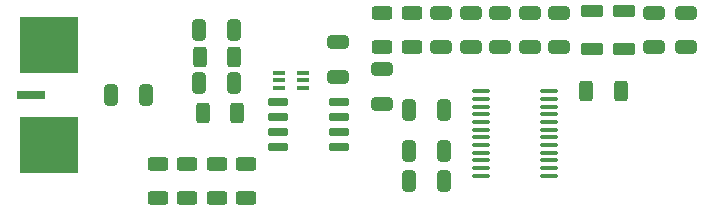
<source format=gbr>
%TF.GenerationSoftware,KiCad,Pcbnew,8.0.2*%
%TF.CreationDate,2024-05-24T16:47:28+07:00*%
%TF.ProjectId,ADC_pHAT,4144435f-7048-4415-942e-6b696361645f,rev?*%
%TF.SameCoordinates,PX5cbead0PY5705d50*%
%TF.FileFunction,Paste,Top*%
%TF.FilePolarity,Positive*%
%FSLAX46Y46*%
G04 Gerber Fmt 4.6, Leading zero omitted, Abs format (unit mm)*
G04 Created by KiCad (PCBNEW 8.0.2) date 2024-05-24 16:47:28*
%MOMM*%
%LPD*%
G01*
G04 APERTURE LIST*
G04 Aperture macros list*
%AMRoundRect*
0 Rectangle with rounded corners*
0 $1 Rounding radius*
0 $2 $3 $4 $5 $6 $7 $8 $9 X,Y pos of 4 corners*
0 Add a 4 corners polygon primitive as box body*
4,1,4,$2,$3,$4,$5,$6,$7,$8,$9,$2,$3,0*
0 Add four circle primitives for the rounded corners*
1,1,$1+$1,$2,$3*
1,1,$1+$1,$4,$5*
1,1,$1+$1,$6,$7*
1,1,$1+$1,$8,$9*
0 Add four rect primitives between the rounded corners*
20,1,$1+$1,$2,$3,$4,$5,0*
20,1,$1+$1,$4,$5,$6,$7,0*
20,1,$1+$1,$6,$7,$8,$9,0*
20,1,$1+$1,$8,$9,$2,$3,0*%
G04 Aperture macros list end*
%ADD10RoundRect,0.250000X-0.325000X-0.650000X0.325000X-0.650000X0.325000X0.650000X-0.325000X0.650000X0*%
%ADD11RoundRect,0.250000X-0.650000X0.325000X-0.650000X-0.325000X0.650000X-0.325000X0.650000X0.325000X0*%
%ADD12RoundRect,0.250000X0.650000X-0.325000X0.650000X0.325000X-0.650000X0.325000X-0.650000X-0.325000X0*%
%ADD13RoundRect,0.250000X0.312500X0.625000X-0.312500X0.625000X-0.312500X-0.625000X0.312500X-0.625000X0*%
%ADD14RoundRect,0.250000X-0.625000X0.312500X-0.625000X-0.312500X0.625000X-0.312500X0.625000X0.312500X0*%
%ADD15RoundRect,0.150000X-0.725000X-0.150000X0.725000X-0.150000X0.725000X0.150000X-0.725000X0.150000X0*%
%ADD16RoundRect,0.100000X-0.637500X-0.100000X0.637500X-0.100000X0.637500X0.100000X-0.637500X0.100000X0*%
%ADD17RoundRect,0.250000X0.325000X0.650000X-0.325000X0.650000X-0.325000X-0.650000X0.325000X-0.650000X0*%
%ADD18RoundRect,0.250000X-0.312500X-0.625000X0.312500X-0.625000X0.312500X0.625000X-0.312500X0.625000X0*%
%ADD19RoundRect,0.250000X0.625000X-0.312500X0.625000X0.312500X-0.625000X0.312500X-0.625000X-0.312500X0*%
%ADD20R,2.350000X0.700000*%
%ADD21R,4.900000X4.800000*%
%ADD22RoundRect,0.250000X-0.700000X0.275000X-0.700000X-0.275000X0.700000X-0.275000X0.700000X0.275000X0*%
%ADD23R,1.000000X0.400000*%
G04 APERTURE END LIST*
D10*
%TO.C,C15*%
X15775000Y20500000D03*
X18725000Y20500000D03*
%TD*%
D11*
%TO.C,C13*%
X27500000Y19475000D03*
X27500000Y16525000D03*
%TD*%
D12*
%TO.C,C9*%
X38750000Y19025000D03*
X38750000Y21975000D03*
%TD*%
%TO.C,C4*%
X46250000Y19025000D03*
X46250000Y21975000D03*
%TD*%
D13*
%TO.C,R3*%
X18712500Y18250000D03*
X15787500Y18250000D03*
%TD*%
D14*
%TO.C,R5*%
X31250000Y21962500D03*
X31250000Y19037500D03*
%TD*%
D15*
%TO.C,U4*%
X22425000Y14405000D03*
X22425000Y13135000D03*
X22425000Y11865000D03*
X22425000Y10595000D03*
X27575000Y10595000D03*
X27575000Y11865000D03*
X27575000Y13135000D03*
X27575000Y14405000D03*
%TD*%
D16*
%TO.C,U2*%
X39637500Y15325000D03*
X39637500Y14675000D03*
X39637500Y14025000D03*
X39637500Y13375000D03*
X39637500Y12725000D03*
X39637500Y12075000D03*
X39637500Y11425000D03*
X39637500Y10775000D03*
X39637500Y10125000D03*
X39637500Y9475000D03*
X39637500Y8825000D03*
X39637500Y8175000D03*
X45362500Y8175000D03*
X45362500Y8825000D03*
X45362500Y9475000D03*
X45362500Y10125000D03*
X45362500Y10775000D03*
X45362500Y11425000D03*
X45362500Y12075000D03*
X45362500Y12725000D03*
X45362500Y13375000D03*
X45362500Y14025000D03*
X45362500Y14675000D03*
X45362500Y15325000D03*
%TD*%
D17*
%TO.C,C11*%
X36475000Y10250000D03*
X33525000Y10250000D03*
%TD*%
%TO.C,C7*%
X36475000Y7750000D03*
X33525000Y7750000D03*
%TD*%
D14*
%TO.C,R8*%
X19750000Y9175000D03*
X19750000Y6250000D03*
%TD*%
D18*
%TO.C,R2*%
X48537500Y15350000D03*
X51462500Y15350000D03*
%TD*%
D12*
%TO.C,C2*%
X57000000Y19025000D03*
X57000000Y21975000D03*
%TD*%
D10*
%TO.C,C8*%
X8275000Y15000000D03*
X11225000Y15000000D03*
%TD*%
D19*
%TO.C,R7*%
X17250000Y6250000D03*
X17250000Y9175000D03*
%TD*%
D17*
%TO.C,C6*%
X36475000Y13750000D03*
X33525000Y13750000D03*
%TD*%
D13*
%TO.C,R9*%
X18962500Y13500000D03*
X16037500Y13500000D03*
%TD*%
D14*
%TO.C,R4*%
X14750000Y9175000D03*
X14750000Y6250000D03*
%TD*%
D20*
%TO.C,J1*%
X1500000Y15000000D03*
D21*
X3075000Y19250000D03*
X3075000Y10750000D03*
%TD*%
D12*
%TO.C,C1*%
X54250000Y19025000D03*
X54250000Y21975000D03*
%TD*%
D14*
%TO.C,R6*%
X33750000Y21962500D03*
X33750000Y19037500D03*
%TD*%
D22*
%TO.C,FB2*%
X49000000Y22075000D03*
X49000000Y18925000D03*
%TD*%
D12*
%TO.C,C10*%
X36250000Y19025000D03*
X36250000Y21975000D03*
%TD*%
%TO.C,C5*%
X41250000Y19025000D03*
X41250000Y21975000D03*
%TD*%
D22*
%TO.C,FB1*%
X51750000Y22075000D03*
X51750000Y18925000D03*
%TD*%
D19*
%TO.C,R1*%
X12250000Y6250000D03*
X12250000Y9175000D03*
%TD*%
D10*
%TO.C,C12*%
X15775000Y16000000D03*
X18725000Y16000000D03*
%TD*%
D11*
%TO.C,C14*%
X31250000Y17225000D03*
X31250000Y14275000D03*
%TD*%
D12*
%TO.C,C3*%
X43750000Y19025000D03*
X43750000Y21975000D03*
%TD*%
D23*
%TO.C,IC1*%
X24500000Y15600000D03*
X24500000Y16250000D03*
X24500000Y16900000D03*
X22500000Y16900000D03*
X22500000Y16250000D03*
X22500000Y15600000D03*
%TD*%
M02*

</source>
